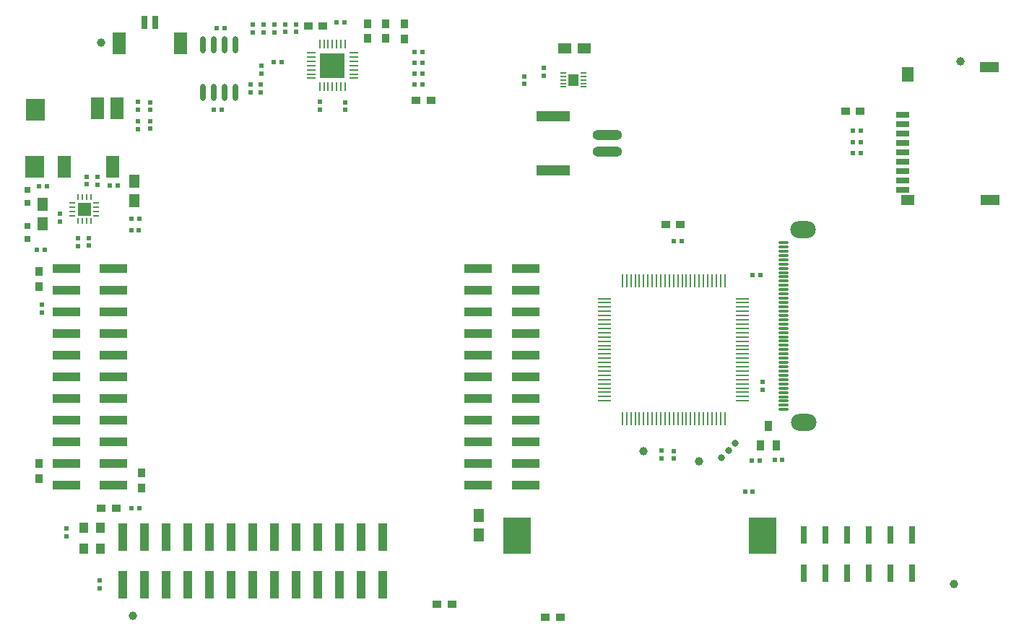
<source format=gtp>
G04 Layer: TopPasteMaskLayer*
G04 EasyEDA v6.5.46, 2024-12-31 19:44:04*
G04 ebd9bc5b089479dc4edd2d51ed51331a,1acd7fc2553046b79c71bda98b4923fc,10*
G04 Gerber Generator version 0.2*
G04 Scale: 100 percent, Rotated: No, Reflected: No *
G04 Dimensions in millimeters *
G04 leading zeros omitted , absolute positions ,4 integer and 5 decimal *
%FSLAX45Y45*%
%MOMM*%

%ADD10C,0.8000*%
%ADD11C,1.0000*%
%ADD12R,0.9000X1.1000*%
%ADD13R,0.7000X2.0000*%
%ADD14R,0.6850X0.2000*%
%ADD15R,1.3000X1.4000*%
%ADD16R,3.0000X3.0000*%
%ADD17R,0.0116X3.0000*%
%ADD18R,1.0000X0.2800*%
%ADD19R,0.2800X1.0000*%
%ADD20R,0.6000X0.5000*%
%ADD21R,1.5000X1.2000*%
%ADD22R,1.5000X0.7000*%
%ADD23R,1.4500X1.7500*%
%ADD24R,2.3000X1.3000*%
%ADD25R,1.6000X0.2700*%
%ADD26R,0.2700X1.6000*%
%ADD27R,1.0842X1.1842*%
%ADD28O,0.6096X2.032*%
%ADD29R,1.5240X1.2000*%
%ADD30R,0.5000X0.6000*%
%ADD31R,0.9144X1.2700*%
%ADD32O,3.4999676X1.1999976*%
%ADD33R,4.0000X1.2000*%
%ADD34R,1.5000X2.5000*%
%ADD35R,0.7000X1.6000*%
%ADD36R,1.1000X0.9000*%
%ADD37R,1.2000X1.5240*%
%ADD38R,2.2000X2.5000*%
%ADD39R,1.6000X2.5000*%
%ADD40R,3.2000X1.0000*%
%ADD41R,1.0000X3.2000*%
%ADD42O,1.2500102X0.2999994*%
%ADD43O,2.999994X1.9999959999999999*%
%ADD44R,3.2000X4.2000*%
%ADD45R,0.7000X0.2500*%
%ADD46R,0.2500X0.7000*%
%ADD47R,1.6000X1.6000*%
%ADD48R,0.7000X0.7000*%

%LPD*%
D10*
G01*
X7879433Y2227910D03*
G01*
X7956420Y2308910D03*
G01*
X8039427Y2398903D03*
D11*
G01*
X972538Y372922D03*
G01*
X603171Y7093965D03*
G01*
X10676176Y6876795D03*
G01*
X10604522Y740841D03*
G01*
X6964804Y2299792D03*
G01*
X7614790Y2183104D03*
D12*
G01*
X3724069Y7318959D03*
G01*
X3724069Y7142962D03*
D13*
G01*
X10112169Y1322959D03*
G01*
X10112169Y872972D03*
G01*
X9858169Y1322959D03*
G01*
X9858169Y872972D03*
G01*
X9604169Y1322959D03*
G01*
X9604169Y872972D03*
G01*
X9350169Y1322959D03*
G01*
X9350169Y872972D03*
G01*
X9096169Y1322959D03*
G01*
X9096169Y872972D03*
G01*
X8842169Y1322959D03*
G01*
X8842169Y872972D03*
D14*
G01*
X6261173Y6574891D03*
G01*
X6261173Y6614896D03*
G01*
X6261173Y6654901D03*
G01*
X6261173Y6694906D03*
G01*
X6261173Y6734911D03*
G01*
X6017689Y6734911D03*
G01*
X6017689Y6694906D03*
G01*
X6017689Y6654901D03*
G01*
X6017689Y6614896D03*
G01*
X6017689Y6574891D03*
D15*
G01*
X6139431Y6654901D03*
D16*
G01*
X3315637Y6825970D03*
D18*
G01*
X3065625Y6675958D03*
G01*
X3065625Y6725970D03*
G01*
X3065625Y6775958D03*
G01*
X3065625Y6975957D03*
G01*
X3065625Y6925970D03*
G01*
X3065625Y6875957D03*
G01*
X3065625Y6825970D03*
G01*
X3565624Y6675958D03*
G01*
X3565624Y6725970D03*
G01*
X3565624Y6775958D03*
G01*
X3565624Y6975957D03*
G01*
X3565624Y6925970D03*
G01*
X3565624Y6875957D03*
G01*
X3565624Y6825970D03*
D19*
G01*
X3165624Y7075957D03*
G01*
X3215637Y7075957D03*
G01*
X3265624Y7075957D03*
G01*
X3465624Y7075957D03*
G01*
X3415637Y7075957D03*
G01*
X3365624Y7075957D03*
G01*
X3315637Y7075957D03*
G01*
X3165624Y6575958D03*
G01*
X3215637Y6575958D03*
G01*
X3265624Y6575958D03*
G01*
X3465624Y6575958D03*
G01*
X3415637Y6575958D03*
G01*
X3365624Y6575958D03*
G01*
X3315637Y6575958D03*
D20*
G01*
X116558Y5085943D03*
G01*
X116558Y4994503D03*
D21*
G01*
X10060937Y5250814D03*
D22*
G01*
X9999977Y5920739D03*
G01*
X9999977Y5810885D03*
G01*
X9999977Y5701029D03*
G01*
X9999977Y5591175D03*
G01*
X9999977Y5481320D03*
G01*
X9999977Y5371464D03*
G01*
X9999977Y6250304D03*
G01*
X9999977Y6140450D03*
G01*
X9999977Y6030595D03*
D23*
G01*
X10058397Y6720204D03*
D24*
G01*
X11018517Y6810375D03*
G01*
X11023597Y5252085D03*
D25*
G01*
X6503794Y3342817D03*
G01*
X6503794Y3392830D03*
G01*
X6503794Y3442817D03*
G01*
X6503794Y3492830D03*
G01*
X6503794Y3542817D03*
G01*
X6503794Y3592829D03*
G01*
X6503794Y3642817D03*
G01*
X6503794Y3692829D03*
G01*
X6503794Y3742817D03*
G01*
X6503794Y3792829D03*
G01*
X6503794Y3842816D03*
G01*
X6503794Y3892829D03*
G01*
X6503794Y3942816D03*
G01*
X6503794Y3992829D03*
G01*
X6503794Y4042816D03*
G01*
X6503794Y4092828D03*
D26*
G01*
X7514790Y4301820D03*
G01*
X7464803Y4301820D03*
G01*
X7414790Y4301820D03*
G01*
X7364803Y4301820D03*
G01*
X7314791Y4301820D03*
G01*
X7264803Y4301820D03*
G01*
X7214791Y4301820D03*
G01*
X7164804Y4301820D03*
G01*
X7114791Y4301820D03*
G01*
X7064804Y4301820D03*
G01*
X7014791Y4301820D03*
G01*
X6964804Y4301820D03*
G01*
X6914791Y4301820D03*
G01*
X6864804Y4301820D03*
G01*
X6814792Y4301820D03*
G01*
X6764804Y4301820D03*
G01*
X6714792Y2682824D03*
G01*
X6764804Y2682824D03*
G01*
X6814792Y2682824D03*
G01*
X6864804Y2682824D03*
G01*
X6914791Y2682824D03*
G01*
X6964804Y2682824D03*
G01*
X7014791Y2682824D03*
G01*
X7064804Y2682824D03*
G01*
X7114791Y2682824D03*
G01*
X7164804Y2682824D03*
G01*
X7214791Y2682824D03*
G01*
X7264803Y2682824D03*
G01*
X7314791Y2682824D03*
G01*
X7364803Y2682824D03*
G01*
X7414790Y2682824D03*
G01*
X7464803Y2682824D03*
D25*
G01*
X6503794Y2892831D03*
D26*
G01*
X7564803Y4301820D03*
G01*
X7614790Y4301820D03*
G01*
X7664803Y4301820D03*
G01*
X7714790Y4301820D03*
G01*
X7764802Y4301820D03*
G01*
X7814790Y4301820D03*
G01*
X7864802Y4301820D03*
G01*
X7914789Y4301820D03*
G01*
X6714792Y4301820D03*
D25*
G01*
X6503794Y2942818D03*
G01*
X6503794Y2992831D03*
G01*
X6503794Y3042818D03*
G01*
X6503794Y3092830D03*
G01*
X6503794Y3142818D03*
G01*
X6503794Y3192830D03*
G01*
X6503794Y3242818D03*
G01*
X6503794Y3292830D03*
D26*
G01*
X7864802Y2682824D03*
G01*
X7814790Y2682824D03*
G01*
X7764802Y2682824D03*
G01*
X7714790Y2682824D03*
G01*
X7664803Y2682824D03*
G01*
X7614790Y2682824D03*
G01*
X7564803Y2682824D03*
G01*
X7514790Y2682824D03*
G01*
X7914789Y2682824D03*
D25*
G01*
X8124797Y3142818D03*
G01*
X8124797Y3092830D03*
G01*
X8124797Y3042818D03*
G01*
X8124797Y2992831D03*
G01*
X8124797Y2942818D03*
G01*
X8124797Y2892831D03*
G01*
X8124797Y3192830D03*
G01*
X8124797Y3492830D03*
G01*
X8124797Y3442817D03*
G01*
X8124797Y3392830D03*
G01*
X8124797Y3342817D03*
G01*
X8124797Y3292830D03*
G01*
X8124797Y3242818D03*
G01*
X8124797Y3542817D03*
G01*
X8124797Y3842816D03*
G01*
X8124797Y3792829D03*
G01*
X8124797Y3742817D03*
G01*
X8124797Y3692829D03*
G01*
X8124797Y3642817D03*
G01*
X8124797Y3592829D03*
G01*
X8124797Y3892829D03*
G01*
X8124797Y4092828D03*
G01*
X8124797Y4042816D03*
G01*
X8124797Y3992829D03*
G01*
X8124797Y3942816D03*
D20*
G01*
X5791451Y6796633D03*
G01*
X5791451Y6705193D03*
D27*
G01*
X403527Y1401063D03*
G01*
X592757Y1158494D03*
G01*
X592757Y1401063D03*
G01*
X403527Y1158494D03*
D28*
G01*
X1795675Y6514566D03*
G01*
X1922675Y7073366D03*
G01*
X1795675Y7073366D03*
G01*
X2176675Y7073366D03*
G01*
X2176675Y6514566D03*
G01*
X1922675Y6514566D03*
G01*
X2049675Y6514566D03*
G01*
X2049675Y7073366D03*
D29*
G01*
X6034427Y7024903D03*
G01*
X6263027Y7024903D03*
D20*
G01*
X556435Y5517642D03*
G01*
X556409Y5426202D03*
G01*
X429435Y5432196D03*
G01*
X429435Y5523636D03*
G01*
X2758158Y7218248D03*
G01*
X2758158Y7309688D03*
D30*
G01*
X9419790Y5795949D03*
G01*
X9511230Y5795949D03*
G01*
X9510240Y5923965D03*
G01*
X9418800Y5923965D03*
G01*
X2716883Y6864959D03*
G01*
X2625443Y6864959D03*
D20*
G01*
X3164151Y6396685D03*
G01*
X3164151Y6305245D03*
D30*
G01*
X4275452Y6984949D03*
G01*
X4366892Y6984949D03*
G01*
X4366892Y6730949D03*
G01*
X4275452Y6730949D03*
G01*
X4367883Y6602958D03*
G01*
X4276443Y6602958D03*
D20*
G01*
X1036419Y6399631D03*
G01*
X1036419Y6308191D03*
G01*
X1036419Y6079185D03*
G01*
X1036419Y6170625D03*
G01*
X2634155Y7305675D03*
G01*
X2634155Y7214235D03*
G01*
X2378174Y7304684D03*
G01*
X2378174Y7213244D03*
G01*
X2478173Y6514236D03*
G01*
X2478173Y6605676D03*
G01*
X2353155Y6512229D03*
G01*
X2353155Y6603669D03*
D30*
G01*
X4275452Y6856958D03*
G01*
X4366892Y6856958D03*
G01*
X8331248Y4370857D03*
G01*
X8239808Y4370857D03*
D20*
G01*
X8356292Y3113049D03*
G01*
X8356292Y3021609D03*
D30*
G01*
X8499574Y2197328D03*
G01*
X8591014Y2197328D03*
G01*
X8324009Y2191334D03*
G01*
X8232569Y2191334D03*
D20*
G01*
X196136Y1307058D03*
G01*
X196136Y1398498D03*
D12*
G01*
X1075535Y1872843D03*
G01*
X1075535Y2048840D03*
D20*
G01*
X590141Y787501D03*
G01*
X590141Y696061D03*
G01*
X-93830Y3932250D03*
G01*
X-93830Y4023690D03*
D31*
G01*
X8331299Y2372334D03*
G01*
X8427819Y2595524D03*
G01*
X8521799Y2372334D03*
D32*
G01*
X6535163Y6014846D03*
D33*
G01*
X5905167Y5594857D03*
G01*
X5905167Y6234836D03*
D32*
G01*
X6535163Y5814847D03*
D34*
G01*
X1536164Y7085964D03*
G01*
X816175Y7085964D03*
D35*
G01*
X1239669Y7335951D03*
G01*
X1112669Y7335951D03*
D12*
G01*
X-124462Y1978837D03*
G01*
X-124462Y2154834D03*
D36*
G01*
X7396528Y4961839D03*
G01*
X7220531Y4961839D03*
D20*
G01*
X7169122Y2308504D03*
G01*
X7169122Y2217064D03*
D30*
G01*
X8242881Y1828952D03*
G01*
X8151441Y1828952D03*
G01*
X7319820Y4769840D03*
G01*
X7411260Y4769840D03*
D36*
G01*
X4295162Y6417970D03*
G01*
X4471159Y6417970D03*
D37*
G01*
X5027165Y1548968D03*
G01*
X5027165Y1320368D03*
D20*
G01*
X3467173Y6304229D03*
G01*
X3467173Y6395669D03*
D37*
G01*
X995423Y5468518D03*
G01*
X995423Y5239918D03*
G01*
X-81434Y4966639D03*
G01*
X-81434Y5195239D03*
D36*
G01*
X9329493Y6286779D03*
G01*
X9505490Y6286779D03*
D30*
G01*
X9508208Y6061786D03*
G01*
X9416768Y6061786D03*
D20*
G01*
X2885158Y7309688D03*
G01*
X2885158Y7218248D03*
D36*
G01*
X3030166Y7290968D03*
G01*
X3206163Y7290968D03*
D30*
G01*
X3361712Y7332903D03*
G01*
X3453152Y7332903D03*
D12*
G01*
X3939969Y7318959D03*
G01*
X3939969Y7142962D03*
G01*
X4157266Y7316952D03*
G01*
X4157266Y7140955D03*
D20*
G01*
X1180411Y6395643D03*
G01*
X1180411Y6304203D03*
G01*
X1181427Y6084188D03*
G01*
X1181427Y6175628D03*
G01*
X2506164Y7213244D03*
G01*
X2506164Y7304684D03*
G01*
X2482161Y6731228D03*
G01*
X2482161Y6822668D03*
D30*
G01*
X2014877Y6310960D03*
G01*
X1923437Y6310960D03*
G01*
X2049879Y7259954D03*
G01*
X1958439Y7259954D03*
G01*
X960422Y1637792D03*
G01*
X1051862Y1637792D03*
D36*
G01*
X779142Y1634794D03*
G01*
X603145Y1634794D03*
D38*
G01*
X-173205Y5634354D03*
G01*
X-164315Y6303645D03*
D39*
G01*
X167154Y5641975D03*
G01*
X558314Y6320154D03*
G01*
X734844Y5641975D03*
G01*
X788184Y6320154D03*
D40*
G01*
X193824Y1901825D03*
G01*
X746274Y1901825D03*
G01*
X193824Y2155697D03*
G01*
X746274Y2155697D03*
G01*
X193824Y2409570D03*
G01*
X746274Y2409570D03*
G01*
X193824Y2663444D03*
G01*
X746274Y2663444D03*
G01*
X193824Y2917317D03*
G01*
X746274Y2917317D03*
G01*
X193824Y3171189D03*
G01*
X193824Y3425062D03*
G01*
X193824Y3932809D03*
G01*
X193824Y3678936D03*
G01*
X193824Y4186681D03*
G01*
X193824Y4440554D03*
G01*
X746274Y3171189D03*
G01*
X746274Y3425062D03*
G01*
X746274Y3678936D03*
G01*
X746274Y3932809D03*
G01*
X746274Y4186681D03*
G01*
X746274Y4440554D03*
D41*
G01*
X3908574Y1292225D03*
G01*
X3908574Y739775D03*
G01*
X3654701Y739775D03*
G01*
X3654701Y1292225D03*
G01*
X3396764Y739775D03*
G01*
X3142891Y739775D03*
G01*
X2889018Y739775D03*
G01*
X2635145Y739775D03*
G01*
X2381272Y739775D03*
G01*
X2127399Y739775D03*
G01*
X3396764Y1292225D03*
G01*
X3142891Y1292225D03*
G01*
X2635145Y1292225D03*
G01*
X2889018Y1292225D03*
G01*
X2381272Y1292225D03*
G01*
X2127399Y1292225D03*
G01*
X1873526Y739775D03*
G01*
X1873526Y1292225D03*
G01*
X1619653Y739775D03*
G01*
X1619653Y1292225D03*
G01*
X1365780Y739775D03*
G01*
X1365780Y1292225D03*
G01*
X1111907Y739775D03*
G01*
X1111907Y1292225D03*
G01*
X858034Y739775D03*
G01*
X858034Y1292225D03*
D40*
G01*
X5026174Y1904364D03*
G01*
X5578624Y1904364D03*
G01*
X5026174Y2158237D03*
G01*
X5578624Y2158237D03*
G01*
X5026174Y2412111D03*
G01*
X5578624Y2412111D03*
G01*
X5026174Y2665984D03*
G01*
X5578624Y2665984D03*
G01*
X5026174Y2919856D03*
G01*
X5578624Y2919856D03*
G01*
X5026174Y3173729D03*
G01*
X5026174Y3427603D03*
G01*
X5026174Y3935348D03*
G01*
X5026174Y3681476D03*
G01*
X5026174Y4189221D03*
G01*
X5026174Y4443095D03*
G01*
X5578624Y3173729D03*
G01*
X5578624Y3427603D03*
G01*
X5578624Y3681476D03*
G01*
X5578624Y3935348D03*
G01*
X5578624Y4189221D03*
G01*
X5578624Y4443095D03*
D42*
G01*
X8603764Y2790825D03*
G01*
X8603764Y2841040D03*
G01*
X8603764Y2891256D03*
G01*
X8603764Y2941472D03*
G01*
X8603764Y2991688D03*
G01*
X8603764Y3041878D03*
G01*
X8603764Y3092094D03*
G01*
X8603764Y3142310D03*
G01*
X8603764Y3192526D03*
G01*
X8603764Y3242741D03*
G01*
X8603764Y3292957D03*
G01*
X8603764Y3343173D03*
G01*
X8603764Y3393389D03*
G01*
X8603764Y3443604D03*
G01*
X8603764Y3493820D03*
G01*
X8603764Y3544036D03*
G01*
X8603764Y3594252D03*
G01*
X8603764Y3644468D03*
G01*
X8603764Y3694658D03*
G01*
X8603764Y3744874D03*
G01*
X8603764Y3795090D03*
G01*
X8603764Y3845305D03*
G01*
X8603764Y3895521D03*
G01*
X8603764Y3945737D03*
G01*
X8603764Y3995953D03*
G01*
X8603764Y4046169D03*
G01*
X8603764Y4096385D03*
G01*
X8603764Y4146600D03*
G01*
X8603764Y4196816D03*
G01*
X8603764Y4247032D03*
G01*
X8603764Y4297248D03*
G01*
X8603764Y4347438D03*
G01*
X8603764Y4397654D03*
G01*
X8603764Y4447870D03*
G01*
X8603764Y4498086D03*
G01*
X8603764Y4548301D03*
G01*
X8603764Y4598517D03*
G01*
X8603764Y4648733D03*
G01*
X8603764Y4698949D03*
G01*
X8603764Y4749164D03*
D43*
G01*
X8831094Y4902835D03*
G01*
X8837444Y2639695D03*
D20*
G01*
X7315121Y2215057D03*
G01*
X7315146Y2306497D03*
D36*
G01*
X4538418Y505917D03*
G01*
X4714415Y505917D03*
G01*
X5986142Y357784D03*
G01*
X5810145Y357784D03*
D44*
G01*
X8362134Y1314780D03*
G01*
X5482130Y1314780D03*
D45*
G01*
X547418Y5064912D03*
G01*
X547418Y5114925D03*
G01*
X547418Y5164912D03*
G01*
X547418Y5214924D03*
D46*
G01*
X482419Y5279923D03*
G01*
X432432Y5279923D03*
G01*
X382419Y5279923D03*
G01*
X332432Y5279923D03*
D45*
G01*
X267434Y5214924D03*
G01*
X267434Y5164912D03*
G01*
X267434Y5114925D03*
G01*
X267434Y5064912D03*
D46*
G01*
X332432Y4999913D03*
G01*
X382419Y4999913D03*
G01*
X432432Y4999913D03*
G01*
X482419Y4999913D03*
D47*
G01*
X407413Y5139918D03*
D30*
G01*
X1054148Y5032908D03*
G01*
X962708Y5032908D03*
D20*
G01*
X331416Y4802631D03*
G01*
X331416Y4711192D03*
D30*
G01*
X-149151Y4667224D03*
G01*
X-57711Y4667224D03*
G01*
X1046147Y4894910D03*
G01*
X954707Y4894910D03*
G01*
X799132Y5417921D03*
G01*
X707692Y5417921D03*
G01*
X-32870Y5411901D03*
G01*
X-124310Y5411901D03*
D12*
G01*
X-127561Y4233900D03*
G01*
X-127561Y4409922D03*
D20*
G01*
X458416Y4803622D03*
G01*
X458416Y4712182D03*
G01*
X5562419Y6699630D03*
G01*
X5562419Y6608190D03*
D48*
G01*
X-261444Y5368239D03*
G01*
X-261444Y5214569D03*
G01*
X-261444Y4789220D03*
G01*
X-261444Y4942890D03*
M02*

</source>
